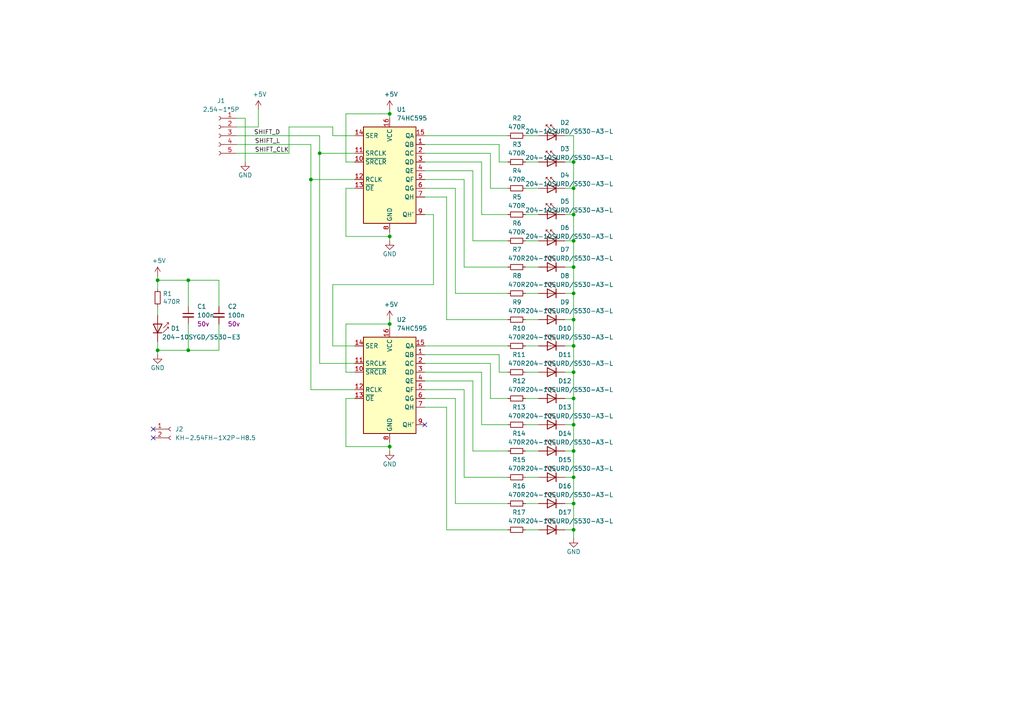
<source format=kicad_sch>
(kicad_sch (version 20250114) (generator "eeschema") (generator_version "9.0")
  (paper "A4")
  (title_block (title "Led indicator module") (date "2022-05-27") (rev "vV.V.V-VVV"))
  (lib_symbols
    (symbol "74xx:74HC595"
      (property "Reference" "U" (at -7.62 13.97 0))
      (property "Value" "74HC595" (at -7.62 -16.51 0))
      (symbol "74HC595_1_0"
        (pin input line (at -10.16 10.16 0) (length 2.54) (name "SER") (number "14"))
        (pin input line (at -10.16 5.08 0) (length 2.54) (name "SRCLK") (number "11"))
        (pin input line (at -10.16 2.54 0) (length 2.54) (name "~{SRCLR}") (number "10"))
        (pin input line (at -10.16 -2.54 0) (length 2.54) (name "RCLK") (number "12"))
        (pin input line (at -10.16 -5.08 0) (length 2.54) (name "~{OE}") (number "13"))
        (pin power_in line (at 0 15.24 270) (length 2.54) (name "VCC") (number "16"))
        (pin power_in line (at 0 -17.78 90) (length 2.54) (name "GND") (number "8"))
        (pin tri_state line (at 10.16 10.16 180) (length 2.54) (name "QA") (number "15"))
        (pin tri_state line (at 10.16 7.62 180) (length 2.54) (name "QB") (number "1"))
        (pin tri_state line (at 10.16 5.08 180) (length 2.54) (name "QC") (number "2"))
        (pin tri_state line (at 10.16 2.54 180) (length 2.54) (name "QD") (number "3"))
        (pin tri_state line (at 10.16 0 180) (length 2.54) (name "QE") (number "4"))
        (pin tri_state line (at 10.16 -2.54 180) (length 2.54) (name "QF") (number "5"))
        (pin tri_state line (at 10.16 -5.08 180) (length 2.54) (name "QG") (number "6"))
        (pin tri_state line (at 10.16 -7.62 180) (length 2.54) (name "QH") (number "7"))
        (pin output line (at 10.16 -12.7 180) (length 2.54) (name "QH'") (number "9"))
      )
      (symbol "74HC595_1_1"
        (rectangle (start -7.62 12.7) (end 7.62 -15.24) (stroke (width 0.254)) (fill (type background)))
      )
    )
    (symbol "Connector:Conn_01x02_Socket" (pin_names (offset 1.016) (hide yes))
      (property "Reference" "J" (at 0 2.54 0))
      (property "Value" "Conn_01x02_Socket" (at 0 -5.08 0))
      (symbol "Conn_01x02_Socket_1_1"
        (polyline (pts (xy -1.27 0) (xy -0.508 0)) (stroke (width 0.1524)))
        (polyline (pts (xy -1.27 -2.54) (xy -0.508 -2.54)) (stroke (width 0.1524)))
        (arc (start 0 -0.508) (mid -0.5058 0) (end 0 0.508) (stroke (width 0.1524)))
        (arc (start 0 -3.048) (mid -0.5058 -2.54) (end 0 -2.032) (stroke (width 0.1524)))
        (pin passive line (at -5.08 0 0) (length 3.81) (name "Pin_1") (number "1"))
        (pin passive line (at -5.08 -2.54 0) (length 3.81) (name "Pin_2") (number "2"))
      )
    )
    (symbol "Connector:Conn_01x05_Socket" (pin_names (offset 1.016) (hide yes))
      (property "Reference" "J" (at 0 7.62 0))
      (property "Value" "Conn_01x05_Socket" (at 0 -7.62 0))
      (symbol "Conn_01x05_Socket_1_1"
        (polyline (pts (xy -1.27 5.08) (xy -0.508 5.08)) (stroke (width 0.1524)))
        (polyline (pts (xy -1.27 2.54) (xy -0.508 2.54)) (stroke (width 0.1524)))
        (polyline (pts (xy -1.27 0) (xy -0.508 0)) (stroke (width 0.1524)))
        (polyline (pts (xy -1.27 -2.54) (xy -0.508 -2.54)) (stroke (width 0.1524)))
        (polyline (pts (xy -1.27 -5.08) (xy -0.508 -5.08)) (stroke (width 0.1524)))
        (arc (start 0 4.572) (mid -0.5058 5.08) (end 0 5.588) (stroke (width 0.1524)))
        (arc (start 0 2.032) (mid -0.5058 2.54) (end 0 3.048) (stroke (width 0.1524)))
        (arc (start 0 -0.508) (mid -0.5058 0) (end 0 0.508) (stroke (width 0.1524)))
        (arc (start 0 -3.048) (mid -0.5058 -2.54) (end 0 -2.032) (stroke (width 0.1524)))
        (arc (start 0 -5.588) (mid -0.5058 -5.08) (end 0 -4.572) (stroke (width 0.1524)))
        (pin passive line (at -5.08 5.08 0) (length 3.81) (name "Pin_1") (number "1"))
        (pin passive line (at -5.08 2.54 0) (length 3.81) (name "Pin_2") (number "2"))
        (pin passive line (at -5.08 0 0) (length 3.81) (name "Pin_3") (number "3"))
        (pin passive line (at -5.08 -2.54 0) (length 3.81) (name "Pin_4") (number "4"))
        (pin passive line (at -5.08 -5.08 0) (length 3.81) (name "Pin_5") (number "5"))
      )
    )
    (symbol "Device:C_Small" (pin_numbers (hide yes)) (pin_names (offset 0.254) (hide yes))
      (property "Reference" "C" (at 0.254 1.778 0))
      (property "Value" "C_Small" (at 0.254 -2.032 0))
      (symbol "C_Small_0_1"
        (polyline (pts (xy -1.524 0.508) (xy 1.524 0.508)) (stroke (width 0.3048)))
        (polyline (pts (xy -1.524 -0.508) (xy 1.524 -0.508)) (stroke (width 0.3302)))
      )
      (symbol "C_Small_1_1"
        (pin passive line (at 0 2.54 270) (length 2.032) (name "~") (number "1"))
        (pin passive line (at 0 -2.54 90) (length 2.032) (name "~") (number "2"))
      )
    )
    (symbol "Device:R_Small" (pin_numbers (hide yes)) (pin_names (offset 0.254) (hide yes))
      (property "Reference" "R" (at 0.762 0.508 0))
      (property "Value" "R_Small" (at 0.762 -1.016 0))
      (symbol "R_Small_0_1"
        (rectangle (start -0.762 1.778) (end 0.762 -1.778) (stroke (width 0.2032)))
      )
      (symbol "R_Small_1_1"
        (pin passive line (at 0 2.54 270) (length 0.762) (name "~") (number "1"))
        (pin passive line (at 0 -2.54 90) (length 0.762) (name "~") (number "2"))
      )
    )
    (symbol "LED:IR204A" (pin_numbers (hide yes)) (pin_names (offset 1.016) (hide yes))
      (property "Reference" "D" (at 0.508 1.778 0))
      (property "Value" "IR204A" (at -1.016 -2.794 0))
      (symbol "IR204A_0_1"
        (polyline (pts (xy -2.54 1.27) (xy -2.54 -1.27)) (stroke (width 0.254)))
        (polyline (pts (xy -2.413 1.651) (xy -0.889 3.175) (xy -0.889 2.667) (xy -0.889 3.175) (xy -1.397 3.175)))
        (polyline (pts (xy -1.143 1.651) (xy 0.381 3.175) (xy 0.381 2.667)))
        (polyline (pts (xy 0 1.27) (xy -2.54 0) (xy 0 -1.27) (xy 0 1.27)) (stroke (width 0.254)))
        (polyline (pts (xy 0 0) (xy -2.54 0)))
        (polyline (pts (xy 0.381 3.175) (xy -0.127 3.175)))
      )
      (symbol "IR204A_1_1"
        (pin passive line (at -5.08 0 0) (length 2.54) (name "K") (number "1"))
        (pin passive line (at 2.54 0 180) (length 2.54) (name "A") (number "2"))
      )
    )
    (symbol "power:+5V" (power) (pin_numbers (hide yes)) (pin_names (offset 0) (hide yes))
      (property "Value" "+5V" (at 0 3.556 0))
      (symbol "+5V_0_1"
        (polyline (pts (xy -0.762 1.27) (xy 0 2.54)))
        (polyline (pts (xy 0 2.54) (xy 0.762 1.27)))
        (polyline (pts (xy 0 0) (xy 0 2.54)))
      )
      (symbol "+5V_1_1"
        (pin power_in line (at 0 0 90) (length 0) (name "~") (number "1"))
      )
    )
    (symbol "power:GND" (power) (pin_numbers (hide yes)) (pin_names (offset 0) (hide yes))
      (property "Value" "GND" (at 0 -3.81 0))
      (symbol "GND_0_1"
        (polyline (pts (xy 0 0) (xy 0 -1.27) (xy 1.27 -1.27) (xy 0 -2.54) (xy -1.27 -1.27) (xy 0 -1.27)))
      )
      (symbol "GND_1_1"
        (pin power_in line (at 0 0 270) (length 0) (name "~") (number "1"))
      )
    )
    (symbol "power:PWR_FLAG" (power) (pin_numbers (hide yes)) (pin_names (offset 0) (hide yes))
      (property "Value" "PWR_FLAG" (at 0 3.81 0))
      (symbol "PWR_FLAG_0_0"
        (pin power_out line (at 0 0 90) (length 0) (name "~") (number "1"))
      )
      (symbol "PWR_FLAG_0_1"
        (polyline (pts (xy 0 0) (xy 0 1.27) (xy -1.016 1.905) (xy 0 2.54) (xy 1.016 1.905) (xy 0 1.27)))
      )
    )
  )
  (junction (at 54.61 81.28))
  (junction (at 166.37 146.05))
  (junction (at 166.37 85.09))
  (junction (at 166.37 138.43))
  (junction (at 113.03 33.02))
  (junction (at 166.37 130.81))
  (junction (at 45.72 101.6))
  (junction (at 166.37 123.19))
  (junction (at 113.03 93.98))
  (junction (at 166.37 77.47))
  (junction (at 166.37 100.33))
  (junction (at 113.03 129.54))
  (junction (at 166.37 69.85))
  (junction (at 166.37 92.71))
  (junction (at 166.37 46.99))
  (junction (at 166.37 107.95))
  (junction (at 54.61 101.6))
  (junction (at 92.71 44.45))
  (junction (at 45.72 81.28))
  (junction (at 166.37 62.23))
  (junction (at 166.37 153.67))
  (junction (at 90.17 52.07))
  (junction (at 166.37 54.61))
  (junction (at 113.03 68.58))
  (junction (at 166.37 115.57))
  (no_connect (at 123.19 123.19))
  (no_connect (at 44.45 127))
  (no_connect (at 44.45 124.46))
  (wire (pts (xy 100.33 54.61) (xy 102.87 54.61)))
  (wire (pts (xy 123.19 41.91) (xy 144.78 41.91)))
  (wire (pts (xy 63.5 81.28) (xy 63.5 88.9)))
  (wire (pts (xy 113.03 128.27) (xy 113.03 129.54)))
  (wire (pts (xy 102.87 113.03) (xy 90.17 113.03)))
  (wire (pts (xy 63.5 93.98) (xy 63.5 101.6)))
  (wire (pts (xy 100.33 33.02) (xy 113.03 33.02)))
  (wire (pts (xy 90.17 52.07) (xy 102.87 52.07)))
  (wire (pts (xy 123.19 102.87) (xy 144.78 102.87)))
  (wire (pts (xy 83.82 36.83) (xy 83.82 44.45)))
  (wire (pts (xy 123.19 49.53) (xy 137.16 49.53)))
  (wire (pts (xy 163.83 92.71) (xy 166.37 92.71)))
  (wire (pts (xy 123.19 57.15) (xy 129.54 57.15)))
  (wire (pts (xy 113.03 67.31) (xy 113.03 68.58)))
  (wire (pts (xy 123.19 105.41) (xy 142.24 105.41)))
  (wire (pts (xy -13.97 27.94) (xy -13.97 40.64)))
  (wire (pts (xy 166.37 146.05) (xy 166.37 138.43)))
  (wire (pts (xy 163.83 69.85) (xy 166.37 69.85)))
  (wire (pts (xy 45.72 99.06) (xy 45.72 101.6)))
  (wire (pts (xy 92.71 44.45) (xy 102.87 44.45)))
  (wire (pts (xy 113.03 95.25) (xy 113.03 93.98)))
  (wire (pts (xy 92.71 105.41) (xy 102.87 105.41)))
  (wire (pts (xy 123.19 113.03) (xy 134.62 113.03)))
  (wire (pts (xy 166.37 39.37) (xy 166.37 46.99)))
  (wire (pts (xy 152.4 123.19) (xy 156.21 123.19)))
  (wire (pts (xy 163.83 85.09) (xy 166.37 85.09)))
  (wire (pts (xy 100.33 129.54) (xy 113.03 129.54)))
  (wire (pts (xy 144.78 102.87) (xy 144.78 107.95)))
  (wire (pts (xy 45.72 81.28) (xy 45.72 83.82)))
  (wire (pts (xy 152.4 39.37) (xy 156.21 39.37)))
  (wire (pts (xy 166.37 54.61) (xy 166.37 62.23)))
  (wire (pts (xy 142.24 44.45) (xy 142.24 54.61)))
  (wire (pts (xy 163.83 138.43) (xy 166.37 138.43)))
  (wire (pts (xy 152.4 138.43) (xy 156.21 138.43)))
  (wire (pts (xy 123.19 54.61) (xy 132.08 54.61)))
  (wire (pts (xy 166.37 123.19) (xy 166.37 115.57)))
  (wire (pts (xy 152.4 46.99) (xy 156.21 46.99)))
  (wire (pts (xy 163.83 146.05) (xy 166.37 146.05)))
  (wire (pts (xy -21.59 27.94) (xy -21.59 40.64)))
  (wire (pts (xy 152.4 153.67) (xy 156.21 153.67)))
  (wire (pts (xy 45.72 88.9) (xy 45.72 91.44)))
  (wire (pts (xy 142.24 54.61) (xy 147.32 54.61)))
  (wire (pts (xy 100.33 107.95) (xy 102.87 107.95)))
  (wire (pts (xy 54.61 93.98) (xy 54.61 101.6)))
  (wire (pts (xy 68.58 41.91) (xy 90.17 41.91)))
  (wire (pts (xy 163.83 46.99) (xy 166.37 46.99)))
  (wire (pts (xy 137.16 130.81) (xy 147.32 130.81)))
  (wire (pts (xy 100.33 93.98) (xy 113.03 93.98)))
  (wire (pts (xy 134.62 113.03) (xy 134.62 138.43)))
  (wire (pts (xy 152.4 146.05) (xy 156.21 146.05)))
  (wire (pts (xy 152.4 85.09) (xy 156.21 85.09)))
  (wire (pts (xy 166.37 85.09) (xy 166.37 92.71)))
  (wire (pts (xy 102.87 39.37) (xy 96.52 39.37)))
  (wire (pts (xy 152.4 130.81) (xy 156.21 130.81)))
  (wire (pts (xy 123.19 100.33) (xy 147.32 100.33)))
  (wire (pts (xy 68.58 39.37) (xy 92.71 39.37)))
  (wire (pts (xy 113.03 93.98) (xy 113.03 92.71)))
  (wire (pts (xy 123.19 118.11) (xy 129.54 118.11)))
  (wire (pts (xy 166.37 156.21) (xy 166.37 153.67)))
  (wire (pts (xy 45.72 101.6) (xy 45.72 102.87)))
  (wire (pts (xy 166.37 130.81) (xy 166.37 123.19)))
  (wire (pts (xy 166.37 39.37) (xy 163.83 39.37)))
  (wire (pts (xy 144.78 107.95) (xy 147.32 107.95)))
  (wire (pts (xy 144.78 41.91) (xy 144.78 46.99)))
  (wire (pts (xy 139.7 123.19) (xy 147.32 123.19)))
  (wire (pts (xy 113.03 68.58) (xy 113.03 69.85)))
  (wire (pts (xy 137.16 49.53) (xy 137.16 69.85)))
  (wire (pts (xy 166.37 77.47) (xy 166.37 85.09)))
  (wire (pts (xy 123.19 110.49) (xy 137.16 110.49)))
  (wire (pts (xy 137.16 69.85) (xy 147.32 69.85)))
  (wire (pts (xy 152.4 100.33) (xy 156.21 100.33)))
  (wire (pts (xy 152.4 62.23) (xy 156.21 62.23)))
  (wire (pts (xy 163.83 77.47) (xy 166.37 77.47)))
  (wire (pts (xy 142.24 115.57) (xy 147.32 115.57)))
  (wire (pts (xy 100.33 54.61) (xy 100.33 68.58)))
  (wire (pts (xy 123.19 39.37) (xy 147.32 39.37)))
  (wire (pts (xy 54.61 101.6) (xy 45.72 101.6)))
  (wire (pts (xy 90.17 52.07) (xy 90.17 113.03)))
  (wire (pts (xy 96.52 82.55) (xy 125.73 82.55)))
  (wire (pts (xy 45.72 80.01) (xy 45.72 81.28)))
  (wire (pts (xy 132.08 115.57) (xy 132.08 146.05)))
  (wire (pts (xy 54.61 81.28) (xy 54.61 88.9)))
  (wire (pts (xy 123.19 46.99) (xy 139.7 46.99)))
  (wire (pts (xy 152.4 54.61) (xy 156.21 54.61)))
  (wire (pts (xy 100.33 46.99) (xy 102.87 46.99)))
  (wire (pts (xy 71.12 46.99) (xy 71.12 34.29)))
  (wire (pts (xy 90.17 52.07) (xy 90.17 41.91)))
  (wire (pts (xy 96.52 100.33) (xy 102.87 100.33)))
  (wire (pts (xy 123.19 115.57) (xy 132.08 115.57)))
  (wire (pts (xy 166.37 153.67) (xy 166.37 146.05)))
  (wire (pts (xy 129.54 153.67) (xy 147.32 153.67)))
  (wire (pts (xy 129.54 118.11) (xy 129.54 153.67)))
  (wire (pts (xy 113.03 33.02) (xy 113.03 34.29)))
  (wire (pts (xy 163.83 62.23) (xy 166.37 62.23)))
  (wire (pts (xy 132.08 85.09) (xy 147.32 85.09)))
  (wire (pts (xy 96.52 82.55) (xy 96.52 100.33)))
  (wire (pts (xy 100.33 68.58) (xy 113.03 68.58)))
  (wire (pts (xy 125.73 62.23) (xy 123.19 62.23)))
  (wire (pts (xy 100.33 46.99) (xy 100.33 33.02)))
  (wire (pts (xy 163.83 107.95) (xy 166.37 107.95)))
  (wire (pts (xy 132.08 54.61) (xy 132.08 85.09)))
  (wire (pts (xy 134.62 138.43) (xy 147.32 138.43)))
  (wire (pts (xy 74.93 36.83) (xy 68.58 36.83)))
  (wire (pts (xy 100.33 93.98) (xy 100.33 107.95)))
  (wire (pts (xy 63.5 101.6) (xy 54.61 101.6)))
  (wire (pts (xy 134.62 77.47) (xy 147.32 77.47)))
  (wire (pts (xy 166.37 107.95) (xy 166.37 115.57)))
  (wire (pts (xy 152.4 107.95) (xy 156.21 107.95)))
  (wire (pts (xy 163.83 130.81) (xy 166.37 130.81)))
  (wire (pts (xy 166.37 62.23) (xy 166.37 69.85)))
  (wire (pts (xy 137.16 110.49) (xy 137.16 130.81)))
  (wire (pts (xy 144.78 46.99) (xy 147.32 46.99)))
  (wire (pts (xy 139.7 107.95) (xy 139.7 123.19)))
  (wire (pts (xy 152.4 92.71) (xy 156.21 92.71)))
  (wire (pts (xy 163.83 123.19) (xy 166.37 123.19)))
  (wire (pts (xy 123.19 44.45) (xy 142.24 44.45)))
  (wire (pts (xy 68.58 44.45) (xy 83.82 44.45)))
  (wire (pts (xy 71.12 34.29) (xy 68.58 34.29)))
  (wire (pts (xy 139.7 46.99) (xy 139.7 62.23)))
  (wire (pts (xy 74.93 31.75) (xy 74.93 36.83)))
  (wire (pts (xy 166.37 92.71) (xy 166.37 100.33)))
  (wire (pts (xy 100.33 115.57) (xy 102.87 115.57)))
  (wire (pts (xy 166.37 100.33) (xy 166.37 107.95)))
  (wire (pts (xy 142.24 105.41) (xy 142.24 115.57)))
  (wire (pts (xy 129.54 57.15) (xy 129.54 92.71)))
  (wire (pts (xy 152.4 115.57) (xy 156.21 115.57)))
  (wire (pts (xy 123.19 52.07) (xy 134.62 52.07)))
  (wire (pts (xy 163.83 153.67) (xy 166.37 153.67)))
  (wire (pts (xy 123.19 107.95) (xy 139.7 107.95)))
  (wire (pts (xy 96.52 36.83) (xy 83.82 36.83)))
  (wire (pts (xy 139.7 62.23) (xy 147.32 62.23)))
  (wire (pts (xy 92.71 39.37) (xy 92.71 44.45)))
  (wire (pts (xy 163.83 100.33) (xy 166.37 100.33)))
  (wire (pts (xy 163.83 54.61) (xy 166.37 54.61)))
  (wire (pts (xy 113.03 31.75) (xy 113.03 33.02)))
  (wire (pts (xy 100.33 129.54) (xy 100.33 115.57)))
  (wire (pts (xy 163.83 115.57) (xy 166.37 115.57)))
  (wire (pts (xy 132.08 146.05) (xy 147.32 146.05)))
  (wire (pts (xy 166.37 138.43) (xy 166.37 130.81)))
  (wire (pts (xy 152.4 77.47) (xy 156.21 77.47)))
  (wire (pts (xy 125.73 62.23) (xy 125.73 82.55)))
  (wire (pts (xy 129.54 92.71) (xy 147.32 92.71)))
  (wire (pts (xy 166.37 46.99) (xy 166.37 54.61)))
  (wire (pts (xy 134.62 52.07) (xy 134.62 77.47)))
  (wire (pts (xy 166.37 69.85) (xy 166.37 77.47)))
  (wire (pts (xy 113.03 129.54) (xy 113.03 130.81)))
  (wire (pts (xy 96.52 39.37) (xy 96.52 36.83)))
  (wire (pts (xy 92.71 44.45) (xy 92.71 105.41)))
  (wire (pts (xy 45.72 81.28) (xy 54.61 81.28)))
  (wire (pts (xy 152.4 69.85) (xy 156.21 69.85)))
  (wire (pts (xy 54.61 81.28) (xy 63.5 81.28)))
  (label "SHIFT_CLK" (at 83.82 44.45 180))
  (label "SHIFT_D" (at 81.28 39.37 180))
  (label "SHIFT_L" (at 81.28 41.91 180))
  (symbol (lib_id "LED:IR204A") (at 158.75 100.33 0) (mirror y) (unit 1)
    (property "Reference" "D10" (at 163.83 95.25 0))
    (property "Value" "204-10SURD/S530-A3-L" (at 165.1 97.79 0))
    (property "Footprint" "LED_THT:LED_D3.0mm" (effects (hide yes)))
    (property "Datasheet" "http://www.everlight.com/file/ProductFile/IR204-A.pdf" (effects (hide yes)))
    (property "lcsc" "C99772" (effects (hide yes)))
    (property "promelec" "337061" (effects (hide yes)))
    (property "pn" "204-10SURD/S530-A3" (effects (hide yes)))
  )
  (symbol (lib_id "power:GND") (at 45.72 102.87 0) (mirror y) (unit 1)
    (property "Reference" "#PWR02" (effects (hide yes)))
    (property "Value" "GND" (at 45.72 106.68 0))
  )
  (symbol (lib_id "74xx:74HC595") (at 113.03 49.53 0) (unit 1)
    (property "Reference" "U1" (at 115.0494 31.75 0) (effects (justify left)))
    (property "Value" "74HC595" (at 115.0494 34.29 0) (effects (justify left)))
    (property "Footprint" "Package_SO:SOIC-16_3.9x9.9mm_P1.27mm" (effects (hide yes)))
    (property "Datasheet" "http://www.ti.com/lit/ds/symlink/sn74hc595.pdf" (effects (hide yes)))
    (property "lcsc" "C5947" (effects (hide yes)))
    (property "chipdip" "563425591" (effects (hide yes)))
    (property "promelec" "146767" (effects (hide yes)))
    (property "pn" "74HC595D" (effects (hide yes)))
  )
  (symbol (lib_id "LED:IR204A") (at 158.75 46.99 0) (mirror y) (unit 1)
    (property "Reference" "D3" (at 163.83 43.18 0))
    (property "Value" "204-10SURD/S530-A3-L" (at 165.1 45.72 0))
    (property "Footprint" "LED_THT:LED_D3.0mm" (effects (hide yes)))
    (property "Datasheet" "http://www.everlight.com/file/ProductFile/IR204-A.pdf" (effects (hide yes)))
    (property "lcsc" "C99772" (effects (hide yes)))
    (property "promelec" "337061" (effects (hide yes)))
    (property "pn" "204-10SURD/S530-A3" (effects (hide yes)))
  )
  (symbol (lib_id "power:+5V") (at 113.03 31.75 0) (unit 1)
    (property "Reference" "#PWR05" (effects (hide yes)))
    (property "Value" "+5V" (at 113.411 27.3558 0))
  )
  (symbol (lib_id "LED:IR204A") (at 158.75 85.09 0) (mirror y) (unit 1)
    (property "Reference" "D8" (at 163.83 80.01 0))
    (property "Value" "204-10SURD/S530-A3-L" (at 165.1 82.55 0))
    (property "Footprint" "LED_THT:LED_D3.0mm" (effects (hide yes)))
    (property "Datasheet" "http://www.everlight.com/file/ProductFile/IR204-A.pdf" (effects (hide yes)))
    (property "lcsc" "C99772" (effects (hide yes)))
    (property "promelec" "337061" (effects (hide yes)))
    (property "pn" "204-10SURD/S530-A3" (effects (hide yes)))
  )
  (symbol (lib_id "LED:IR204A") (at 158.75 62.23 0) (mirror y) (unit 1)
    (property "Reference" "D5" (at 163.83 58.42 0))
    (property "Value" "204-10SURD/S530-A3-L" (at 165.1 60.96 0))
    (property "Footprint" "LED_THT:LED_D3.0mm" (effects (hide yes)))
    (property "Datasheet" "http://www.everlight.com/file/ProductFile/IR204-A.pdf" (effects (hide yes)))
    (property "lcsc" "C99772" (effects (hide yes)))
    (property "promelec" "337061" (effects (hide yes)))
    (property "pn" "204-10SURD/S530-A3" (effects (hide yes)))
  )
  (symbol (lib_id "power:GND") (at 71.12 46.99 0) (mirror y) (unit 1)
    (property "Reference" "#PWR03" (effects (hide yes)))
    (property "Value" "GND" (at 71.12 50.8 0))
  )
  (symbol (lib_id "Device:R_Small") (at 149.86 115.57 90) (unit 1)
    (property "Reference" "R12" (at 148.59 110.49 90) (effects (justify right)))
    (property "Value" "470R" (at 147.32 113.03 90) (effects (justify right)))
    (property "Footprint" "Resistor_SMD:R_0805_2012Metric" (effects (hide yes)))
    (property "chipdip" "9000079478" (effects (hide yes)))
    (property "Coefficient" "1%" (effects (hide yes)))
    (property "lcsc" "C17710" (effects (hide yes)))
    (property "promelec" "57517" (effects (hide yes)))
    (property "pn" "0805W8F4700T5E" (effects (hide yes)))
  )
  (symbol (lib_id "Device:R_Small") (at 149.86 54.61 90) (unit 1)
    (property "Reference" "R4" (at 148.59 49.53 90) (effects (justify right)))
    (property "Value" "470R" (at 147.32 52.07 90) (effects (justify right)))
    (property "Footprint" "Resistor_SMD:R_0805_2012Metric" (effects (hide yes)))
    (property "chipdip" "9000079478" (effects (hide yes)))
    (property "Coefficient" "1%" (effects (hide yes)))
    (property "lcsc" "C17710" (effects (hide yes)))
    (property "promelec" "57517" (effects (hide yes)))
    (property "pn" "0805W8F4700T5E" (effects (hide yes)))
  )
  (symbol (lib_id "Device:R_Small") (at 149.86 69.85 90) (unit 1)
    (property "Reference" "R6" (at 148.59 64.77 90) (effects (justify right)))
    (property "Value" "470R" (at 147.32 67.31 90) (effects (justify right)))
    (property "Footprint" "Resistor_SMD:R_0805_2012Metric" (effects (hide yes)))
    (property "chipdip" "9000079478" (effects (hide yes)))
    (property "Coefficient" "1%" (effects (hide yes)))
    (property "lcsc" "C17710" (effects (hide yes)))
    (property "promelec" "57517" (effects (hide yes)))
    (property "pn" "0805W8F4700T5E" (effects (hide yes)))
  )
  (symbol (lib_id "LED:IR204A") (at 45.72 93.98 270) (mirror x) (unit 1)
    (property "Reference" "D1" (at 49.53 95.25 90) (effects (justify left)))
    (property "Value" "204-10SYGD/S530-E3" (at 46.99 97.79 90) (effects (justify left)))
    (property "Footprint" "LED_THT:LED_D3.0mm" (effects (hide yes)))
    (property "Datasheet" "http://www.everlight.com/file/ProductFile/IR204-A.pdf" (effects (hide yes)))
    (property "lcsc" "C85161" (effects (hide yes)))
    (property "promelec" "334765" (effects (hide yes)))
    (property "pn" "204-10SYGD/S530-E3" (effects (hide yes)))
  )
  (symbol (lib_id "power:GND") (at 113.03 69.85 0) (mirror y) (unit 1)
    (property "Reference" "#PWR06" (effects (hide yes)))
    (property "Value" "GND" (at 113.03 73.66 0))
  )
  (symbol (lib_id "Device:R_Small") (at 149.86 62.23 90) (unit 1)
    (property "Reference" "R5" (at 148.59 57.15 90) (effects (justify right)))
    (property "Value" "470R" (at 147.32 59.69 90) (effects (justify right)))
    (property "Footprint" "Resistor_SMD:R_0805_2012Metric" (effects (hide yes)))
    (property "chipdip" "9000079478" (effects (hide yes)))
    (property "Coefficient" "1%" (effects (hide yes)))
    (property "lcsc" "C17710" (effects (hide yes)))
    (property "promelec" "57517" (effects (hide yes)))
    (property "pn" "0805W8F4700T5E" (effects (hide yes)))
  )
  (symbol (lib_id "Device:R_Small") (at 45.72 86.36 180) (unit 1)
    (property "Reference" "R1" (at 47.2186 85.1916 0) (effects (justify right)))
    (property "Value" "470R" (at 47.2186 87.503 0) (effects (justify right)))
    (property "Footprint" "Resistor_SMD:R_0805_2012Metric" (effects (hide yes)))
    (property "chipdip" "9000079478" (effects (hide yes)))
    (property "Coefficient" "1%" (effects (hide yes)))
    (property "lcsc" "C17710" (effects (hide yes)))
    (property "promelec" "57517" (effects (hide yes)))
    (property "pn" "0805W8F4700T5E" (effects (hide yes)))
  )
  (symbol (lib_id "LED:IR204A") (at 158.75 153.67 0) (mirror y) (unit 1)
    (property "Reference" "D17" (at 163.83 148.59 0))
    (property "Value" "204-10SURD/S530-A3-L" (at 165.1 151.13 0))
    (property "Footprint" "LED_THT:LED_D3.0mm" (effects (hide yes)))
    (property "Datasheet" "http://www.everlight.com/file/ProductFile/IR204-A.pdf" (effects (hide yes)))
    (property "lcsc" "C99772" (effects (hide yes)))
    (property "promelec" "337061" (effects (hide yes)))
    (property "pn" "204-10SURD/S530-A3" (effects (hide yes)))
  )
  (symbol (lib_id "Device:R_Small") (at 149.86 77.47 90) (unit 1)
    (property "Reference" "R7" (at 148.59 72.39 90) (effects (justify right)))
    (property "Value" "470R" (at 147.32 74.93 90) (effects (justify right)))
    (property "Footprint" "Resistor_SMD:R_0805_2012Metric" (effects (hide yes)))
    (property "chipdip" "9000079478" (effects (hide yes)))
    (property "Coefficient" "1%" (effects (hide yes)))
    (property "lcsc" "C17710" (effects (hide yes)))
    (property "promelec" "57517" (effects (hide yes)))
    (property "pn" "0805W8F4700T5E" (effects (hide yes)))
  )
  (symbol (lib_id "Device:R_Small") (at 149.86 39.37 90) (unit 1)
    (property "Reference" "R2" (at 148.59 34.29 90) (effects (justify right)))
    (property "Value" "470R" (at 147.32 36.83 90) (effects (justify right)))
    (property "Footprint" "Resistor_SMD:R_0805_2012Metric" (effects (hide yes)))
    (property "chipdip" "9000079478" (effects (hide yes)))
    (property "Coefficient" "1%" (effects (hide yes)))
    (property "lcsc" "C17710" (effects (hide yes)))
    (property "promelec" "57517" (effects (hide yes)))
    (property "pn" "0805W8F4700T5E" (effects (hide yes)))
  )
  (symbol (lib_id "Device:R_Small") (at 149.86 123.19 90) (unit 1)
    (property "Reference" "R13" (at 148.59 118.11 90) (effects (justify right)))
    (property "Value" "470R" (at 147.32 120.65 90) (effects (justify right)))
    (property "Footprint" "Resistor_SMD:R_0805_2012Metric" (effects (hide yes)))
    (property "chipdip" "9000079478" (effects (hide yes)))
    (property "Coefficient" "1%" (effects (hide yes)))
    (property "lcsc" "C17710" (effects (hide yes)))
    (property "promelec" "57517" (effects (hide yes)))
    (property "pn" "0805W8F4700T5E" (effects (hide yes)))
  )
  (symbol (lib_id "LED:IR204A") (at 158.75 146.05 0) (mirror y) (unit 1)
    (property "Reference" "D16" (at 163.83 140.97 0))
    (property "Value" "204-10SURD/S530-A3-L" (at 165.1 143.51 0))
    (property "Footprint" "LED_THT:LED_D3.0mm" (effects (hide yes)))
    (property "Datasheet" "http://www.everlight.com/file/ProductFile/IR204-A.pdf" (effects (hide yes)))
    (property "lcsc" "C99772" (effects (hide yes)))
    (property "promelec" "337061" (effects (hide yes)))
    (property "pn" "204-10SURD/S530-A3" (effects (hide yes)))
  )
  (symbol (lib_id "power:GND") (at 166.37 156.21 0) (mirror y) (unit 1)
    (property "Reference" "#PWR09" (effects (hide yes)))
    (property "Value" "GND" (at 166.37 160.02 0))
  )
  (symbol (lib_id "power:PWR_FLAG") (at -21.59 27.94 0) (unit 1)
    (property "Reference" "#FLG02" (effects (hide yes)))
    (property "Value" "PWR_FLAG" (at -21.59 24.13 0))
  )
  (symbol (lib_id "Device:R_Small") (at 149.86 107.95 90) (unit 1)
    (property "Reference" "R11" (at 148.59 102.87 90) (effects (justify right)))
    (property "Value" "470R" (at 147.32 105.41 90) (effects (justify right)))
    (property "Footprint" "Resistor_SMD:R_0805_2012Metric" (effects (hide yes)))
    (property "chipdip" "9000079478" (effects (hide yes)))
    (property "Coefficient" "1%" (effects (hide yes)))
    (property "lcsc" "C17710" (effects (hide yes)))
    (property "promelec" "57517" (effects (hide yes)))
    (property "pn" "0805W8F4700T5E" (effects (hide yes)))
  )
  (symbol (lib_id "LED:IR204A") (at 158.75 92.71 0) (mirror y) (unit 1)
    (property "Reference" "D9" (at 163.83 87.63 0))
    (property "Value" "204-10SURD/S530-A3-L" (at 165.1 90.17 0))
    (property "Footprint" "LED_THT:LED_D3.0mm" (effects (hide yes)))
    (property "Datasheet" "http://www.everlight.com/file/ProductFile/IR204-A.pdf" (effects (hide yes)))
    (property "lcsc" "C99772" (effects (hide yes)))
    (property "promelec" "337061" (effects (hide yes)))
    (property "pn" "204-10SURD/S530-A3" (effects (hide yes)))
  )
  (symbol (lib_id "LED:IR204A") (at 158.75 115.57 0) (mirror y) (unit 1)
    (property "Reference" "D12" (at 163.83 110.49 0))
    (property "Value" "204-10SURD/S530-A3-L" (at 165.1 113.03 0))
    (property "Footprint" "LED_THT:LED_D3.0mm" (effects (hide yes)))
    (property "Datasheet" "http://www.everlight.com/file/ProductFile/IR204-A.pdf" (effects (hide yes)))
    (property "lcsc" "C99772" (effects (hide yes)))
    (property "promelec" "337061" (effects (hide yes)))
    (property "pn" "204-10SURD/S530-A3" (effects (hide yes)))
  )
  (symbol (lib_id "Device:R_Small") (at 149.86 138.43 90) (unit 1)
    (property "Reference" "R15" (at 148.59 133.35 90) (effects (justify right)))
    (property "Value" "470R" (at 147.32 135.89 90) (effects (justify right)))
    (property "Footprint" "Resistor_SMD:R_0805_2012Metric" (effects (hide yes)))
    (property "chipdip" "9000079478" (effects (hide yes)))
    (property "Coefficient" "1%" (effects (hide yes)))
    (property "lcsc" "C17710" (effects (hide yes)))
    (property "promelec" "57517" (effects (hide yes)))
    (property "pn" "0805W8F4700T5E" (effects (hide yes)))
  )
  (symbol (lib_id "Device:C_Small") (at 54.61 91.44 0) (unit 1)
    (property "Reference" "C1" (at 57.15 88.9 0) (effects (justify left)))
    (property "Value" "100n" (at 57.15 91.44 0) (effects (justify left)))
    (property "Footprint" "Capacitor_SMD:C_0805_2012Metric" (effects (hide yes)))
    (property "chipdip" "9000121574" (effects (hide yes)))
    (property "lcsc" "C49678" (effects (hide yes)))
    (property "Coefficient" "X7R" (effects (hide yes)))
    (property "Voltage" "50v" (at 57.15 93.98 0) (effects (justify left)))
    (property "promelec" "124545" (effects (hide yes)))
    (property "pn" "CC0805KRX7R9BB104" (effects (hide yes)))
  )
  (symbol (lib_id "Device:R_Small") (at 149.86 153.67 90) (unit 1)
    (property "Reference" "R17" (at 148.59 148.59 90) (effects (justify right)))
    (property "Value" "470R" (at 147.32 151.13 90) (effects (justify right)))
    (property "Footprint" "Resistor_SMD:R_0805_2012Metric" (effects (hide yes)))
    (property "chipdip" "9000079478" (effects (hide yes)))
    (property "Coefficient" "1%" (effects (hide yes)))
    (property "lcsc" "C17710" (effects (hide yes)))
    (property "promelec" "57517" (effects (hide yes)))
    (property "pn" "0805W8F4700T5E" (effects (hide yes)))
  )
  (symbol (lib_id "LED:IR204A") (at 158.75 123.19 0) (mirror y) (unit 1)
    (property "Reference" "D13" (at 163.83 118.11 0))
    (property "Value" "204-10SURD/S530-A3-L" (at 165.1 120.65 0))
    (property "Footprint" "LED_THT:LED_D3.0mm" (effects (hide yes)))
    (property "Datasheet" "http://www.everlight.com/file/ProductFile/IR204-A.pdf" (effects (hide yes)))
    (property "lcsc" "C99772" (effects (hide yes)))
    (property "promelec" "337061" (effects (hide yes)))
    (property "pn" "204-10SURD/S530-A3" (effects (hide yes)))
  )
  (symbol (lib_id "power:+5V") (at 45.72 80.01 0) (unit 1)
    (property "Reference" "#PWR01" (effects (hide yes)))
    (property "Value" "+5V" (at 46.101 75.6158 0))
  )
  (symbol (lib_id "Device:R_Small") (at 149.86 46.99 90) (unit 1)
    (property "Reference" "R3" (at 148.59 41.91 90) (effects (justify right)))
    (property "Value" "470R" (at 147.32 44.45 90) (effects (justify right)))
    (property "Footprint" "Resistor_SMD:R_0805_2012Metric" (effects (hide yes)))
    (property "chipdip" "9000079478" (effects (hide yes)))
    (property "Coefficient" "1%" (effects (hide yes)))
    (property "lcsc" "C17710" (effects (hide yes)))
    (property "promelec" "57517" (effects (hide yes)))
    (property "pn" "0805W8F4700T5E" (effects (hide yes)))
  )
  (symbol (lib_id "LED:IR204A") (at 158.75 77.47 0) (mirror y) (unit 1)
    (property "Reference" "D7" (at 163.83 72.39 0))
    (property "Value" "204-10SURD/S530-A3-L" (at 165.1 74.93 0))
    (property "Footprint" "LED_THT:LED_D3.0mm" (effects (hide yes)))
    (property "Datasheet" "http://www.everlight.com/file/ProductFile/IR204-A.pdf" (effects (hide yes)))
    (property "lcsc" "C99772" (effects (hide yes)))
    (property "promelec" "337061" (effects (hide yes)))
    (property "pn" "204-10SURD/S530-A3" (effects (hide yes)))
  )
  (symbol (lib_id "LED:IR204A") (at 158.75 138.43 0) (mirror y) (unit 1)
    (property "Reference" "D15" (at 163.83 133.35 0))
    (property "Value" "204-10SURD/S530-A3-L" (at 165.1 135.89 0))
    (property "Footprint" "LED_THT:LED_D3.0mm" (effects (hide yes)))
    (property "Datasheet" "http://www.everlight.com/file/ProductFile/IR204-A.pdf" (effects (hide yes)))
    (property "lcsc" "C99772" (effects (hide yes)))
    (property "promelec" "337061" (effects (hide yes)))
    (property "pn" "204-10SURD/S530-A3" (effects (hide yes)))
  )
  (symbol (lib_id "Device:C_Small") (at 63.5 91.44 0) (unit 1)
    (property "Reference" "C2" (at 66.04 88.9 0) (effects (justify left)))
    (property "Value" "100n" (at 66.04 91.44 0) (effects (justify left)))
    (property "Footprint" "Capacitor_SMD:C_0805_2012Metric" (effects (hide yes)))
    (property "chipdip" "9000121574" (effects (hide yes)))
    (property "lcsc" "C49678" (effects (hide yes)))
    (property "Coefficient" "X7R" (effects (hide yes)))
    (property "Voltage" "50v" (at 66.04 93.98 0) (effects (justify left)))
    (property "promelec" "124545" (effects (hide yes)))
    (property "pn" "CC0805KRX7R9BB104" (effects (hide yes)))
  )
  (symbol (lib_id "LED:IR204A") (at 158.75 39.37 0) (mirror y) (unit 1)
    (property "Reference" "D2" (at 163.83 35.56 0))
    (property "Value" "204-10SURD/S530-A3-L" (at 165.1 38.1 0))
    (property "Footprint" "LED_THT:LED_D3.0mm" (effects (hide yes)))
    (property "Datasheet" "http://www.everlight.com/file/ProductFile/IR204-A.pdf" (effects (hide yes)))
    (property "lcsc" "C99772" (effects (hide yes)))
    (property "promelec" "337061" (effects (hide yes)))
    (property "pn" "204-10SURD/S530-A3" (effects (hide yes)))
  )
  (symbol (lib_id "Device:R_Small") (at 149.86 130.81 90) (unit 1)
    (property "Reference" "R14" (at 148.59 125.73 90) (effects (justify right)))
    (property "Value" "470R" (at 147.32 128.27 90) (effects (justify right)))
    (property "Footprint" "Resistor_SMD:R_0805_2012Metric" (effects (hide yes)))
    (property "chipdip" "9000079478" (effects (hide yes)))
    (property "Coefficient" "1%" (effects (hide yes)))
    (property "lcsc" "C17710" (effects (hide yes)))
    (property "promelec" "57517" (effects (hide yes)))
    (property "pn" "0805W8F4700T5E" (effects (hide yes)))
  )
  (symbol (lib_id "LED:IR204A") (at 158.75 107.95 0) (mirror y) (unit 1)
    (property "Reference" "D11" (at 163.83 102.87 0))
    (property "Value" "204-10SURD/S530-A3-L" (at 165.1 105.41 0))
    (property "Footprint" "LED_THT:LED_D3.0mm" (effects (hide yes)))
    (property "Datasheet" "http://www.everlight.com/file/ProductFile/IR204-A.pdf" (effects (hide yes)))
    (property "lcsc" "C99772" (effects (hide yes)))
    (property "promelec" "337061" (effects (hide yes)))
    (property "pn" "204-10SURD/S530-A3" (effects (hide yes)))
  )
  (symbol (lib_id "74xx:74HC595") (at 113.03 110.49 0) (unit 1)
    (property "Reference" "U2" (at 115.0494 92.71 0) (effects (justify left)))
    (property "Value" "74HC595" (at 115.0494 95.25 0) (effects (justify left)))
    (property "Footprint" "Package_SO:SOIC-16_3.9x9.9mm_P1.27mm" (effects (hide yes)))
    (property "Datasheet" "http://www.ti.com/lit/ds/symlink/sn74hc595.pdf" (effects (hide yes)))
    (property "lcsc" "C5947" (effects (hide yes)))
    (property "chipdip" "563425591" (effects (hide yes)))
    (property "promelec" "146767" (effects (hide yes)))
    (property "pn" "74HC595D" (effects (hide yes)))
  )
  (symbol (lib_id "LED:IR204A") (at 158.75 54.61 0) (mirror y) (unit 1)
    (property "Reference" "D4" (at 163.83 50.8 0))
    (property "Value" "204-10SURD/S530-A3-L" (at 165.1 53.34 0))
    (property "Footprint" "LED_THT:LED_D3.0mm" (effects (hide yes)))
    (property "Datasheet" "http://www.everlight.com/file/ProductFile/IR204-A.pdf" (effects (hide yes)))
    (property "lcsc" "C99772" (effects (hide yes)))
    (property "promelec" "337061" (effects (hide yes)))
    (property "pn" "204-10SURD/S530-A3" (effects (hide yes)))
  )
  (symbol (lib_id "Device:R_Small") (at 149.86 100.33 90) (unit 1)
    (property "Reference" "R10" (at 148.59 95.25 90) (effects (justify right)))
    (property "Value" "470R" (at 147.32 97.79 90) (effects (justify right)))
    (property "Footprint" "Resistor_SMD:R_0805_2012Metric" (effects (hide yes)))
    (property "chipdip" "9000079478" (effects (hide yes)))
    (property "Coefficient" "1%" (effects (hide yes)))
    (property "lcsc" "C17710" (effects (hide yes)))
    (property "promelec" "57517" (effects (hide yes)))
    (property "pn" "0805W8F4700T5E" (effects (hide yes)))
  )
  (symbol (lib_id "Device:R_Small") (at 149.86 146.05 90) (unit 1)
    (property "Reference" "R16" (at 148.59 140.97 90) (effects (justify right)))
    (property "Value" "470R" (at 147.32 143.51 90) (effects (justify right)))
    (property "Footprint" "Resistor_SMD:R_0805_2012Metric" (effects (hide yes)))
    (property "chipdip" "9000079478" (effects (hide yes)))
    (property "Coefficient" "1%" (effects (hide yes)))
    (property "lcsc" "C17710" (effects (hide yes)))
    (property "promelec" "57517" (effects (hide yes)))
    (property "pn" "0805W8F4700T5E" (effects (hide yes)))
  )
  (symbol (lib_id "power:GND") (at -21.59 40.64 0) (mirror y) (unit 1)
    (property "Reference" "#PWR011" (effects (hide yes)))
    (property "Value" "GND" (at -21.59 44.45 0))
  )
  (symbol (lib_id "LED:IR204A") (at 158.75 69.85 0) (mirror y) (unit 1)
    (property "Reference" "D6" (at 163.83 66.04 0))
    (property "Value" "204-10SURD/S530-A3-L" (at 165.1 68.58 0))
    (property "Footprint" "LED_THT:LED_D3.0mm" (effects (hide yes)))
    (property "Datasheet" "http://www.everlight.com/file/ProductFile/IR204-A.pdf" (effects (hide yes)))
    (property "lcsc" "C99772" (effects (hide yes)))
    (property "promelec" "337061" (effects (hide yes)))
    (property "pn" "204-10SURD/S530-A3" (effects (hide yes)))
  )
  (symbol (lib_id "power:GND") (at 113.03 130.81 0) (mirror y) (unit 1)
    (property "Reference" "#PWR08" (effects (hide yes)))
    (property "Value" "GND" (at 113.03 134.62 0))
  )
  (symbol (lib_id "power:PWR_FLAG") (at -13.97 40.64 180) (unit 1)
    (property "Reference" "#FLG04" (effects (hide yes)))
    (property "Value" "PWR_FLAG" (at -13.97 44.45 0))
  )
  (symbol (lib_id "LED:IR204A") (at 158.75 130.81 0) (mirror y) (unit 1)
    (property "Reference" "D14" (at 163.83 125.73 0))
    (property "Value" "204-10SURD/S530-A3-L" (at 165.1 128.27 0))
    (property "Footprint" "LED_THT:LED_D3.0mm" (effects (hide yes)))
    (property "Datasheet" "http://www.everlight.com/file/ProductFile/IR204-A.pdf" (effects (hide yes)))
    (property "lcsc" "C99772" (effects (hide yes)))
    (property "promelec" "337061" (effects (hide yes)))
    (property "pn" "204-10SURD/S530-A3" (effects (hide yes)))
  )
  (symbol (lib_id "power:+5V") (at 74.93 31.75 0) (unit 1)
    (property "Reference" "#PWR04" (effects (hide yes)))
    (property "Value" "+5V" (at 75.311 27.3558 0))
  )
  (symbol (lib_id "Device:R_Small") (at 149.86 92.71 90) (unit 1)
    (property "Reference" "R9" (at 148.59 87.63 90) (effects (justify right)))
    (property "Value" "470R" (at 147.32 90.17 90) (effects (justify right)))
    (property "Footprint" "Resistor_SMD:R_0805_2012Metric" (effects (hide yes)))
    (property "chipdip" "9000079478" (effects (hide yes)))
    (property "Coefficient" "1%" (effects (hide yes)))
    (property "lcsc" "C17710" (effects (hide yes)))
    (property "promelec" "57517" (effects (hide yes)))
    (property "pn" "0805W8F4700T5E" (effects (hide yes)))
  )
  (symbol (lib_id "Connector:Conn_01x02_Socket") (at 49.53 124.46 0) (unit 1)
    (property "Reference" "J2" (at 50.8 124.4599 0) (effects (justify left)))
    (property "Value" "KH-2.54FH-1X2P-H8.5" (at 50.8 126.9999 0) (effects (justify left)))
    (property "Footprint" "Connector_PinSocket_2.54mm:PinSocket_1x02_P2.54mm_Vertical" (effects (hide yes)))
    (property "chipdip" "44684" (effects (hide yes)))
    (property "lcsc" "C2905414" (effects (hide yes)))
    (property "promelec" "317921" (effects (hide yes)))
    (property "pn" "KH-2.54FH-1X2P-H8.5" (effects (hide yes)))
  )
  (symbol (lib_id "Connector:Conn_01x05_Socket") (at 63.5 39.37 0) (mirror y) (unit 1)
    (property "Reference" "J1" (at 64.135 29.21 0))
    (property "Value" "2.54-1*5P" (at 64.135 31.75 0))
    (property "Footprint" "Connector_PinSocket_2.54mm:PinSocket_1x05_P2.54mm_Vertical" (effects (hide yes)))
    (property "lcsc" "C50950" (effects (hide yes)))
    (property "chipdip" "29527" (effects (hide yes)))
    (property "promelec" "317924" (effects (hide yes)))
    (property "pn" "2.54-1*5P母" (effects (hide yes)))
  )
  (symbol (lib_id "power:+5V") (at 113.03 92.71 0) (unit 1)
    (property "Reference" "#PWR07" (effects (hide yes)))
    (property "Value" "+5V" (at 113.411 88.3158 0))
  )
  (symbol (lib_id "Device:R_Small") (at 149.86 85.09 90) (unit 1)
    (property "Reference" "R8" (at 148.59 80.01 90) (effects (justify right)))
    (property "Value" "470R" (at 147.32 82.55 90) (effects (justify right)))
    (property "Footprint" "Resistor_SMD:R_0805_2012Metric" (effects (hide yes)))
    (property "chipdip" "9000079478" (effects (hide yes)))
    (property "Coefficient" "1%" (effects (hide yes)))
    (property "lcsc" "C17710" (effects (hide yes)))
    (property "promelec" "57517" (effects (hide yes)))
    (property "pn" "0805W8F4700T5E" (effects (hide yes)))
  )
  (symbol (lib_id "power:+5V") (at -13.97 27.94 0) (unit 1)
    (property "Reference" "#PWR012" (effects (hide yes)))
    (property "Value" "+5V" (at -13.97 24.13 0))
  )
)
</source>
